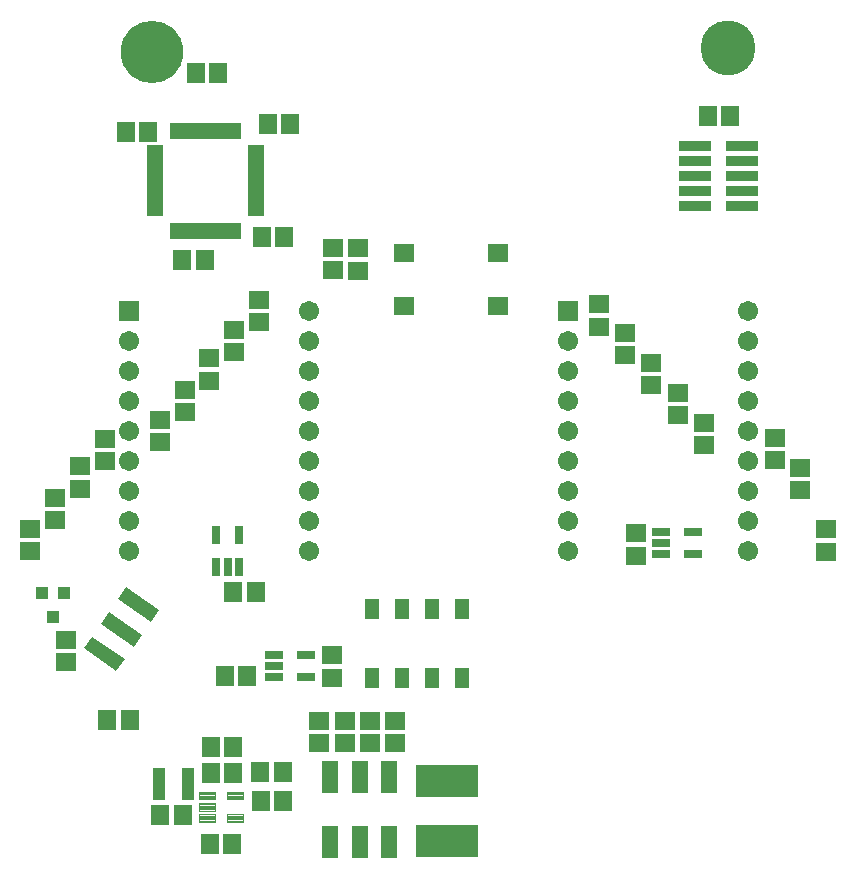
<source format=gbr>
G04 EAGLE Gerber X2 export*
%TF.Part,Single*%
%TF.FileFunction,Soldermask,Bot,1*%
%TF.FilePolarity,Negative*%
%TF.GenerationSoftware,Autodesk,EAGLE,9.0.1*%
%TF.CreationDate,2018-06-28T06:38:32Z*%
G75*
%MOMM*%
%FSLAX34Y34*%
%LPD*%
%AMOC8*
5,1,8,0,0,1.08239X$1,22.5*%
G01*
%ADD10C,5.283200*%
%ADD11C,4.648200*%
%ADD12R,0.503200X1.403200*%
%ADD13R,1.403200X0.503200*%
%ADD14R,1.053200X2.703200*%
%ADD15R,1.503200X1.703200*%
%ADD16R,1.703200X1.503200*%
%ADD17R,1.711200X1.711200*%
%ADD18C,1.711200*%
%ADD19R,0.762000X1.524000*%
%ADD20R,1.524000X0.762000*%
%ADD21R,2.703200X0.853200*%
%ADD22C,0.105447*%
%ADD23R,0.990600X1.092200*%
%ADD24R,1.193800X1.752600*%
%ADD25R,1.223200X3.373200*%
%ADD26R,1.753200X1.503200*%
%ADD27R,1.403200X2.703200*%
%ADD28R,5.283200X2.743200*%


D10*
X136398Y1195832D03*
D11*
X623570Y1198880D03*
D12*
X209010Y1043840D03*
X204010Y1043840D03*
X199010Y1043840D03*
X194010Y1043840D03*
X189010Y1043840D03*
X184010Y1043840D03*
X179010Y1043840D03*
X174010Y1043840D03*
X169010Y1043840D03*
X164010Y1043840D03*
X159010Y1043840D03*
X154010Y1043840D03*
D13*
X139010Y1058840D03*
X139010Y1063840D03*
X139010Y1068840D03*
X139010Y1073840D03*
X139010Y1078840D03*
X139010Y1083840D03*
X139010Y1088840D03*
X139010Y1093840D03*
X139010Y1098840D03*
X139010Y1103840D03*
X139010Y1108840D03*
X139010Y1113840D03*
D12*
X154010Y1128840D03*
X159010Y1128840D03*
X164010Y1128840D03*
X169010Y1128840D03*
X174010Y1128840D03*
X179010Y1128840D03*
X184010Y1128840D03*
X189010Y1128840D03*
X194010Y1128840D03*
X199010Y1128840D03*
X204010Y1128840D03*
X209010Y1128840D03*
D13*
X224010Y1113840D03*
X224010Y1108840D03*
X224010Y1103840D03*
X224010Y1098840D03*
X224010Y1093840D03*
X224010Y1088840D03*
X224010Y1083840D03*
X224010Y1078840D03*
X224010Y1073840D03*
X224010Y1068840D03*
X224010Y1063840D03*
X224010Y1058840D03*
D14*
X166620Y575712D03*
X142120Y575712D03*
D15*
X204822Y585364D03*
X185822Y585364D03*
X246900Y585690D03*
X227900Y585690D03*
X228494Y561488D03*
X247494Y561488D03*
X143150Y549804D03*
X162150Y549804D03*
X186076Y606700D03*
X205076Y606700D03*
X204314Y524912D03*
X185314Y524912D03*
D16*
X142870Y883910D03*
X142870Y864910D03*
X75650Y844540D03*
X75650Y825540D03*
X96814Y868162D03*
X96814Y849162D03*
X603650Y881370D03*
X603650Y862370D03*
X581380Y906770D03*
X581380Y887770D03*
X536840Y957570D03*
X536840Y938570D03*
X205600Y960110D03*
X205600Y941110D03*
X184690Y935980D03*
X184690Y916980D03*
X163780Y909310D03*
X163780Y890310D03*
X54486Y817870D03*
X54486Y798870D03*
X33322Y791962D03*
X33322Y772962D03*
X707290Y791200D03*
X707290Y772200D03*
X664020Y868670D03*
X664020Y849670D03*
X559110Y932170D03*
X559110Y913170D03*
X514570Y981700D03*
X514570Y962700D03*
X226510Y985510D03*
X226510Y966510D03*
D17*
X116832Y976400D03*
D18*
X116832Y951000D03*
X116832Y925600D03*
X116832Y900200D03*
X116832Y874800D03*
X116832Y849400D03*
X116832Y824000D03*
X116832Y798600D03*
X116832Y773200D03*
X269232Y773200D03*
X269232Y798600D03*
X269232Y824000D03*
X269232Y849400D03*
X269232Y874800D03*
X269232Y900200D03*
X269232Y925600D03*
X269232Y951000D03*
X269232Y976400D03*
D17*
X488348Y975990D03*
D18*
X488348Y950590D03*
X488348Y925190D03*
X488348Y899790D03*
X488348Y874390D03*
X488348Y848990D03*
X488348Y823590D03*
X488348Y798190D03*
X488348Y772790D03*
X640748Y772790D03*
X640748Y798190D03*
X640748Y823590D03*
X640748Y848990D03*
X640748Y874390D03*
X640748Y899790D03*
X640748Y925190D03*
X640748Y950590D03*
X640748Y975990D03*
D19*
X209588Y759284D03*
X200190Y759284D03*
X190792Y759284D03*
X190792Y786716D03*
X209588Y786716D03*
D20*
X567084Y770362D03*
X567084Y779760D03*
X567084Y789158D03*
X594516Y789158D03*
X594516Y770362D03*
D21*
X636086Y1115606D03*
X596086Y1115606D03*
X636086Y1102906D03*
X596086Y1102906D03*
X636086Y1090206D03*
X596086Y1090206D03*
X636086Y1077506D03*
X596086Y1077506D03*
X636086Y1064806D03*
X596086Y1064806D03*
D16*
X685020Y843270D03*
X685020Y824270D03*
D15*
X224130Y737870D03*
X205130Y737870D03*
D16*
X546100Y769010D03*
X546100Y788010D03*
D15*
X625704Y1141222D03*
X606704Y1141222D03*
D22*
X189653Y543669D02*
X176275Y543669D01*
X176275Y550147D01*
X189653Y550147D01*
X189653Y543669D01*
X189653Y544722D02*
X176275Y544722D01*
X176275Y545775D02*
X189653Y545775D01*
X189653Y546828D02*
X176275Y546828D01*
X176275Y547881D02*
X189653Y547881D01*
X189653Y548934D02*
X176275Y548934D01*
X176275Y549987D02*
X189653Y549987D01*
X189653Y553169D02*
X176275Y553169D01*
X176275Y559647D01*
X189653Y559647D01*
X189653Y553169D01*
X189653Y554222D02*
X176275Y554222D01*
X176275Y555275D02*
X189653Y555275D01*
X189653Y556328D02*
X176275Y556328D01*
X176275Y557381D02*
X189653Y557381D01*
X189653Y558434D02*
X176275Y558434D01*
X176275Y559487D02*
X189653Y559487D01*
X189653Y562669D02*
X176275Y562669D01*
X176275Y569147D01*
X189653Y569147D01*
X189653Y562669D01*
X189653Y563722D02*
X176275Y563722D01*
X176275Y564775D02*
X189653Y564775D01*
X189653Y565828D02*
X176275Y565828D01*
X176275Y566881D02*
X189653Y566881D01*
X189653Y567934D02*
X176275Y567934D01*
X176275Y568987D02*
X189653Y568987D01*
X199975Y562669D02*
X213353Y562669D01*
X199975Y562669D02*
X199975Y569147D01*
X213353Y569147D01*
X213353Y562669D01*
X213353Y563722D02*
X199975Y563722D01*
X199975Y564775D02*
X213353Y564775D01*
X213353Y565828D02*
X199975Y565828D01*
X199975Y566881D02*
X213353Y566881D01*
X213353Y567934D02*
X199975Y567934D01*
X199975Y568987D02*
X213353Y568987D01*
X213353Y543669D02*
X199975Y543669D01*
X199975Y550147D01*
X213353Y550147D01*
X213353Y543669D01*
X213353Y544722D02*
X199975Y544722D01*
X199975Y545775D02*
X213353Y545775D01*
X213353Y546828D02*
X199975Y546828D01*
X199975Y547881D02*
X213353Y547881D01*
X213353Y548934D02*
X199975Y548934D01*
X199975Y549987D02*
X213353Y549987D01*
D16*
X288240Y665530D03*
X288240Y684530D03*
D20*
X239462Y666372D03*
X239462Y675770D03*
X239462Y685168D03*
X266894Y685168D03*
X266894Y666372D03*
D15*
X217054Y667286D03*
X198054Y667286D03*
D16*
X341570Y629400D03*
X341570Y610400D03*
X299480Y629400D03*
X299480Y610400D03*
X320570Y610400D03*
X320570Y629400D03*
X277584Y610284D03*
X277584Y629284D03*
D23*
X42722Y737368D03*
X62026Y737368D03*
X52374Y717048D03*
D16*
X63500Y697840D03*
X63500Y678840D03*
D15*
X117200Y629870D03*
X98200Y629870D03*
X234290Y1134358D03*
X253290Y1134358D03*
X173076Y1177792D03*
X192076Y1177792D03*
X161950Y1019048D03*
X180950Y1019048D03*
D16*
X310890Y1029106D03*
X310890Y1010106D03*
X289312Y1010514D03*
X289312Y1029514D03*
D24*
X398580Y665300D03*
X398580Y723466D03*
X373180Y665300D03*
X373180Y723466D03*
X347780Y665300D03*
X347780Y723466D03*
X322380Y665300D03*
X322380Y723466D03*
D15*
X229260Y1038860D03*
X248260Y1038860D03*
X133198Y1127506D03*
X114198Y1127506D03*
D25*
G36*
X113081Y681136D02*
X106065Y671117D01*
X78435Y690464D01*
X85451Y700483D01*
X113081Y681136D01*
G37*
G36*
X127650Y701942D02*
X120634Y691923D01*
X93004Y711270D01*
X100020Y721289D01*
X127650Y701942D01*
G37*
G36*
X142219Y722749D02*
X135203Y712730D01*
X107573Y732077D01*
X114589Y742096D01*
X142219Y722749D01*
G37*
D26*
X428750Y1025500D03*
X349250Y1025500D03*
X349250Y980500D03*
X428750Y980500D03*
D27*
X337000Y526500D03*
X312000Y526500D03*
X287000Y526500D03*
X337000Y581500D03*
X312000Y581500D03*
X287000Y581500D03*
D28*
X386000Y527000D03*
X386000Y577800D03*
M02*

</source>
